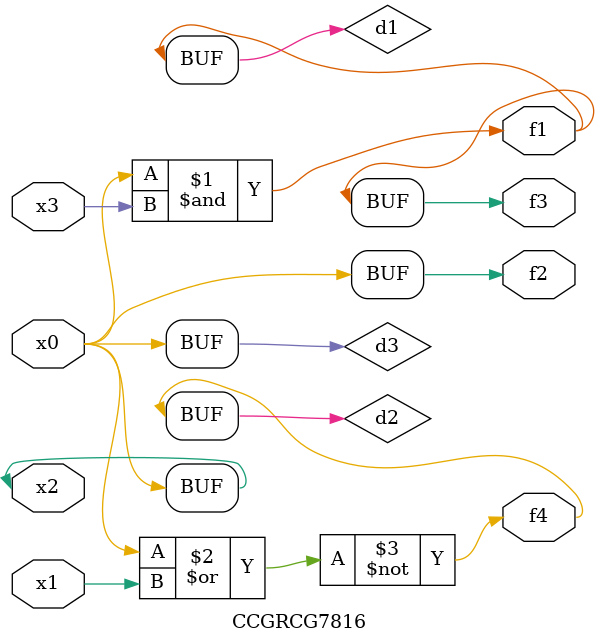
<source format=v>
module CCGRCG7816(
	input x0, x1, x2, x3,
	output f1, f2, f3, f4
);

	wire d1, d2, d3;

	and (d1, x2, x3);
	nor (d2, x0, x1);
	buf (d3, x0, x2);
	assign f1 = d1;
	assign f2 = d3;
	assign f3 = d1;
	assign f4 = d2;
endmodule

</source>
